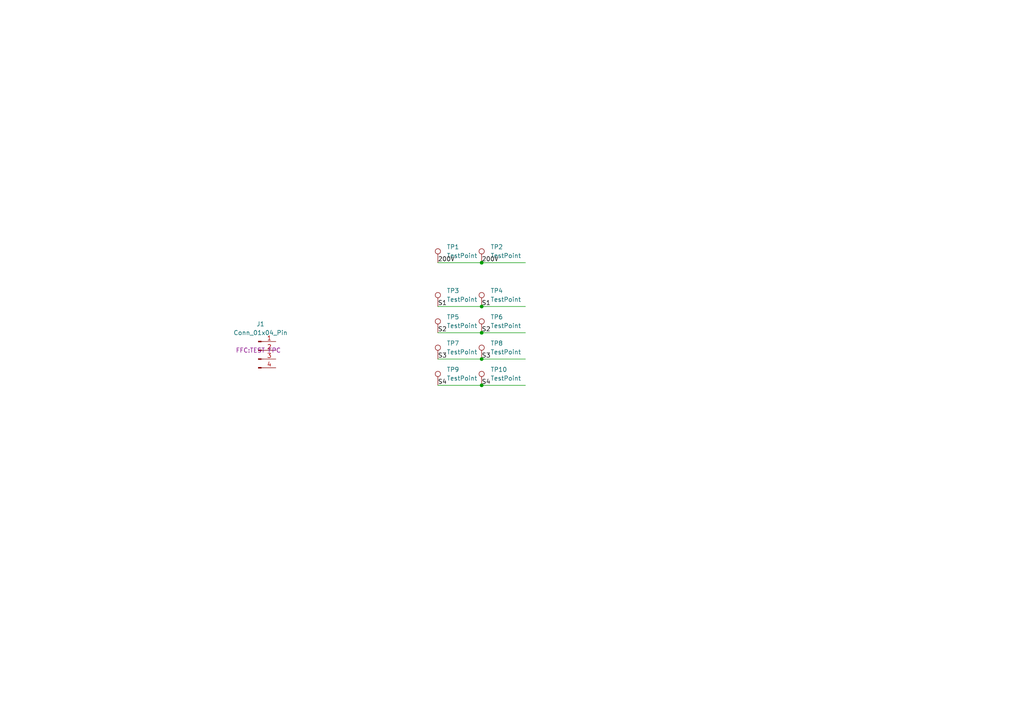
<source format=kicad_sch>
(kicad_sch
	(version 20250114)
	(generator "eeschema")
	(generator_version "9.0")
	(uuid "a4552774-88f5-4bcb-b5c3-1f0de442ab25")
	(paper "A4")
	(lib_symbols
		(symbol "Connector:Conn_01x04_Pin"
			(pin_names
				(offset 1.016)
				(hide yes)
			)
			(exclude_from_sim no)
			(in_bom yes)
			(on_board yes)
			(property "Reference" "J"
				(at 0 5.08 0)
				(effects
					(font
						(size 1.27 1.27)
					)
				)
			)
			(property "Value" "Conn_01x04_Pin"
				(at 0 -7.62 0)
				(effects
					(font
						(size 1.27 1.27)
					)
				)
			)
			(property "Footprint" ""
				(at 0 0 0)
				(effects
					(font
						(size 1.27 1.27)
					)
					(hide yes)
				)
			)
			(property "Datasheet" "~"
				(at 0 0 0)
				(effects
					(font
						(size 1.27 1.27)
					)
					(hide yes)
				)
			)
			(property "Description" "Generic connector, single row, 01x04, script generated"
				(at 0 0 0)
				(effects
					(font
						(size 1.27 1.27)
					)
					(hide yes)
				)
			)
			(property "ki_locked" ""
				(at 0 0 0)
				(effects
					(font
						(size 1.27 1.27)
					)
				)
			)
			(property "ki_keywords" "connector"
				(at 0 0 0)
				(effects
					(font
						(size 1.27 1.27)
					)
					(hide yes)
				)
			)
			(property "ki_fp_filters" "Connector*:*_1x??_*"
				(at 0 0 0)
				(effects
					(font
						(size 1.27 1.27)
					)
					(hide yes)
				)
			)
			(symbol "Conn_01x04_Pin_1_1"
				(rectangle
					(start 0.8636 2.667)
					(end 0 2.413)
					(stroke
						(width 0.1524)
						(type default)
					)
					(fill
						(type outline)
					)
				)
				(rectangle
					(start 0.8636 0.127)
					(end 0 -0.127)
					(stroke
						(width 0.1524)
						(type default)
					)
					(fill
						(type outline)
					)
				)
				(rectangle
					(start 0.8636 -2.413)
					(end 0 -2.667)
					(stroke
						(width 0.1524)
						(type default)
					)
					(fill
						(type outline)
					)
				)
				(rectangle
					(start 0.8636 -4.953)
					(end 0 -5.207)
					(stroke
						(width 0.1524)
						(type default)
					)
					(fill
						(type outline)
					)
				)
				(polyline
					(pts
						(xy 1.27 2.54) (xy 0.8636 2.54)
					)
					(stroke
						(width 0.1524)
						(type default)
					)
					(fill
						(type none)
					)
				)
				(polyline
					(pts
						(xy 1.27 0) (xy 0.8636 0)
					)
					(stroke
						(width 0.1524)
						(type default)
					)
					(fill
						(type none)
					)
				)
				(polyline
					(pts
						(xy 1.27 -2.54) (xy 0.8636 -2.54)
					)
					(stroke
						(width 0.1524)
						(type default)
					)
					(fill
						(type none)
					)
				)
				(polyline
					(pts
						(xy 1.27 -5.08) (xy 0.8636 -5.08)
					)
					(stroke
						(width 0.1524)
						(type default)
					)
					(fill
						(type none)
					)
				)
				(pin passive line
					(at 5.08 2.54 180)
					(length 3.81)
					(name "Pin_1"
						(effects
							(font
								(size 1.27 1.27)
							)
						)
					)
					(number "1"
						(effects
							(font
								(size 1.27 1.27)
							)
						)
					)
				)
				(pin passive line
					(at 5.08 0 180)
					(length 3.81)
					(name "Pin_2"
						(effects
							(font
								(size 1.27 1.27)
							)
						)
					)
					(number "2"
						(effects
							(font
								(size 1.27 1.27)
							)
						)
					)
				)
				(pin passive line
					(at 5.08 -2.54 180)
					(length 3.81)
					(name "Pin_3"
						(effects
							(font
								(size 1.27 1.27)
							)
						)
					)
					(number "3"
						(effects
							(font
								(size 1.27 1.27)
							)
						)
					)
				)
				(pin passive line
					(at 5.08 -5.08 180)
					(length 3.81)
					(name "Pin_4"
						(effects
							(font
								(size 1.27 1.27)
							)
						)
					)
					(number "4"
						(effects
							(font
								(size 1.27 1.27)
							)
						)
					)
				)
			)
			(embedded_fonts no)
		)
		(symbol "Connector:TestPoint"
			(pin_numbers
				(hide yes)
			)
			(pin_names
				(offset 0.762)
				(hide yes)
			)
			(exclude_from_sim no)
			(in_bom yes)
			(on_board yes)
			(property "Reference" "TP"
				(at 0 6.858 0)
				(effects
					(font
						(size 1.27 1.27)
					)
				)
			)
			(property "Value" "TestPoint"
				(at 0 5.08 0)
				(effects
					(font
						(size 1.27 1.27)
					)
				)
			)
			(property "Footprint" ""
				(at 5.08 0 0)
				(effects
					(font
						(size 1.27 1.27)
					)
					(hide yes)
				)
			)
			(property "Datasheet" "~"
				(at 5.08 0 0)
				(effects
					(font
						(size 1.27 1.27)
					)
					(hide yes)
				)
			)
			(property "Description" "test point"
				(at 0 0 0)
				(effects
					(font
						(size 1.27 1.27)
					)
					(hide yes)
				)
			)
			(property "ki_keywords" "test point tp"
				(at 0 0 0)
				(effects
					(font
						(size 1.27 1.27)
					)
					(hide yes)
				)
			)
			(property "ki_fp_filters" "Pin* Test*"
				(at 0 0 0)
				(effects
					(font
						(size 1.27 1.27)
					)
					(hide yes)
				)
			)
			(symbol "TestPoint_0_1"
				(circle
					(center 0 3.302)
					(radius 0.762)
					(stroke
						(width 0)
						(type default)
					)
					(fill
						(type none)
					)
				)
			)
			(symbol "TestPoint_1_1"
				(pin passive line
					(at 0 0 90)
					(length 2.54)
					(name "1"
						(effects
							(font
								(size 1.27 1.27)
							)
						)
					)
					(number "1"
						(effects
							(font
								(size 1.27 1.27)
							)
						)
					)
				)
			)
			(embedded_fonts no)
		)
	)
	(junction
		(at 139.7 88.9)
		(diameter 0)
		(color 0 0 0 0)
		(uuid "1db28135-e48d-41c0-9400-6d10b30d3737")
	)
	(junction
		(at 139.7 76.2)
		(diameter 0)
		(color 0 0 0 0)
		(uuid "5a5ce4c8-a4e7-492f-8202-24f047d1e5bf")
	)
	(junction
		(at 139.7 96.52)
		(diameter 0)
		(color 0 0 0 0)
		(uuid "6051cfad-3d71-4430-8de6-cab5cf55865b")
	)
	(junction
		(at 139.7 104.14)
		(diameter 0)
		(color 0 0 0 0)
		(uuid "f311595e-bd69-4b11-9b16-590b671a9eee")
	)
	(junction
		(at 139.7 111.76)
		(diameter 0)
		(color 0 0 0 0)
		(uuid "faf6cc69-4791-4e28-b4ab-8950279c39e4")
	)
	(wire
		(pts
			(xy 127 76.2) (xy 139.7 76.2)
		)
		(stroke
			(width 0)
			(type default)
		)
		(uuid "0b859259-d6c1-472f-a19e-2c8ba91d8eb5")
	)
	(wire
		(pts
			(xy 139.7 96.52) (xy 152.4 96.52)
		)
		(stroke
			(width 0)
			(type default)
		)
		(uuid "28e44288-64c0-4bf7-b159-00a61b1ec806")
	)
	(wire
		(pts
			(xy 139.7 88.9) (xy 152.4 88.9)
		)
		(stroke
			(width 0)
			(type default)
		)
		(uuid "6f867c00-a149-431a-84fa-4a0bf6b9c533")
	)
	(wire
		(pts
			(xy 139.7 111.76) (xy 152.4 111.76)
		)
		(stroke
			(width 0)
			(type default)
		)
		(uuid "7f34bf2b-9b92-4e2b-8544-b2cf04bd8afd")
	)
	(wire
		(pts
			(xy 139.7 104.14) (xy 152.4 104.14)
		)
		(stroke
			(width 0)
			(type default)
		)
		(uuid "8107fc41-0937-43e0-8f30-5494b042c5a7")
	)
	(wire
		(pts
			(xy 127 111.76) (xy 139.7 111.76)
		)
		(stroke
			(width 0)
			(type default)
		)
		(uuid "8130098a-0ae8-4547-b361-67fb4e7b7ae0")
	)
	(wire
		(pts
			(xy 127 88.9) (xy 139.7 88.9)
		)
		(stroke
			(width 0)
			(type default)
		)
		(uuid "8736d2e3-663a-4f60-84a3-bbdf6588ab8f")
	)
	(wire
		(pts
			(xy 127 104.14) (xy 139.7 104.14)
		)
		(stroke
			(width 0)
			(type default)
		)
		(uuid "9e35aa79-942c-4131-9ec8-87ab3a923c64")
	)
	(wire
		(pts
			(xy 139.7 76.2) (xy 152.4 76.2)
		)
		(stroke
			(width 0)
			(type default)
		)
		(uuid "c6d67fae-efb0-4e57-8f46-d1cf299e30f0")
	)
	(wire
		(pts
			(xy 127 96.52) (xy 139.7 96.52)
		)
		(stroke
			(width 0)
			(type default)
		)
		(uuid "fb1ddbc7-c340-4d04-84c1-d74e50001d0b")
	)
	(label "S3"
		(at 127 104.14 0)
		(effects
			(font
				(size 1.27 1.27)
			)
			(justify left bottom)
		)
		(uuid "54aa346c-6f62-4a0e-b579-5838c4480cdb")
	)
	(label "S4"
		(at 127 111.76 0)
		(effects
			(font
				(size 1.27 1.27)
			)
			(justify left bottom)
		)
		(uuid "79608653-36f0-4e1e-b767-fc52b93c48cc")
	)
	(label "S3"
		(at 139.7 104.14 0)
		(effects
			(font
				(size 1.27 1.27)
			)
			(justify left bottom)
		)
		(uuid "995b0962-ccdd-4262-83e7-201266cf0ecb")
	)
	(label "S2"
		(at 127 96.52 0)
		(effects
			(font
				(size 1.27 1.27)
			)
			(justify left bottom)
		)
		(uuid "a4080ee5-fe15-4a95-91ec-24afa57dc047")
	)
	(label "200V"
		(at 139.7 76.2 0)
		(effects
			(font
				(size 1.27 1.27)
			)
			(justify left bottom)
		)
		(uuid "bd6bfd56-1a94-4059-b5db-21d650d5db73")
	)
	(label "S1"
		(at 127 88.9 0)
		(effects
			(font
				(size 1.27 1.27)
			)
			(justify left bottom)
		)
		(uuid "cf344886-9281-4bf2-8b6a-945226b8c124")
	)
	(label "S2"
		(at 139.7 96.52 0)
		(effects
			(font
				(size 1.27 1.27)
			)
			(justify left bottom)
		)
		(uuid "d972225b-640b-4fb5-ae85-51f04c57b00f")
	)
	(label "S4"
		(at 139.7 111.76 0)
		(effects
			(font
				(size 1.27 1.27)
			)
			(justify left bottom)
		)
		(uuid "e98d8b7f-6051-4a82-b377-7fd76bf20984")
	)
	(label "200V"
		(at 127 76.2 0)
		(effects
			(font
				(size 1.27 1.27)
			)
			(justify left bottom)
		)
		(uuid "ee5e90c5-788a-4ebb-bbd4-55684b4cc068")
	)
	(label "S1"
		(at 139.7 88.9 0)
		(effects
			(font
				(size 1.27 1.27)
			)
			(justify left bottom)
		)
		(uuid "fd5df74c-bfd0-470c-809d-d59d81597a65")
	)
	(symbol
		(lib_id "Connector:TestPoint")
		(at 139.7 111.76 0)
		(unit 1)
		(exclude_from_sim no)
		(in_bom yes)
		(on_board yes)
		(dnp no)
		(fields_autoplaced yes)
		(uuid "0f20c7a6-4ef1-43ee-bd22-c24cdb3cacbc")
		(property "Reference" "TP10"
			(at 142.24 107.1879 0)
			(effects
				(font
					(size 1.27 1.27)
				)
				(justify left)
			)
		)
		(property "Value" "TestPoint"
			(at 142.24 109.7279 0)
			(effects
				(font
					(size 1.27 1.27)
				)
				(justify left)
			)
		)
		(property "Footprint" "TP_Library:TP"
			(at 144.78 111.76 0)
			(effects
				(font
					(size 1.27 1.27)
				)
				(hide yes)
			)
		)
		(property "Datasheet" "~"
			(at 144.78 111.76 0)
			(effects
				(font
					(size 1.27 1.27)
				)
				(hide yes)
			)
		)
		(property "Description" "test point"
			(at 139.7 111.76 0)
			(effects
				(font
					(size 1.27 1.27)
				)
				(hide yes)
			)
		)
		(pin "1"
			(uuid "991af4e0-97c9-4901-bf76-3508ecbbdc5f")
		)
		(instances
			(project "first PCB"
				(path "/a4552774-88f5-4bcb-b5c3-1f0de442ab25"
					(reference "TP10")
					(unit 1)
				)
			)
		)
	)
	(symbol
		(lib_id "Connector:TestPoint")
		(at 127 96.52 0)
		(unit 1)
		(exclude_from_sim no)
		(in_bom yes)
		(on_board yes)
		(dnp no)
		(fields_autoplaced yes)
		(uuid "51240ff9-6ff1-4810-af06-4f9f5c4b04b0")
		(property "Reference" "TP5"
			(at 129.54 91.9479 0)
			(effects
				(font
					(size 1.27 1.27)
				)
				(justify left)
			)
		)
		(property "Value" "TestPoint"
			(at 129.54 94.4879 0)
			(effects
				(font
					(size 1.27 1.27)
				)
				(justify left)
			)
		)
		(property "Footprint" "TP_Library:TP"
			(at 132.08 96.52 0)
			(effects
				(font
					(size 1.27 1.27)
				)
				(hide yes)
			)
		)
		(property "Datasheet" "~"
			(at 132.08 96.52 0)
			(effects
				(font
					(size 1.27 1.27)
				)
				(hide yes)
			)
		)
		(property "Description" "test point"
			(at 127 96.52 0)
			(effects
				(font
					(size 1.27 1.27)
				)
				(hide yes)
			)
		)
		(pin "1"
			(uuid "568111f1-3076-4e03-bead-b23f3d04d455")
		)
		(instances
			(project "first PCB"
				(path "/a4552774-88f5-4bcb-b5c3-1f0de442ab25"
					(reference "TP5")
					(unit 1)
				)
			)
		)
	)
	(symbol
		(lib_id "Connector:TestPoint")
		(at 139.7 76.2 0)
		(unit 1)
		(exclude_from_sim no)
		(in_bom yes)
		(on_board yes)
		(dnp no)
		(fields_autoplaced yes)
		(uuid "67d3d6c1-961b-4340-ad81-79d872c2a7d2")
		(property "Reference" "TP2"
			(at 142.24 71.6279 0)
			(effects
				(font
					(size 1.27 1.27)
				)
				(justify left)
			)
		)
		(property "Value" "TestPoint"
			(at 142.24 74.1679 0)
			(effects
				(font
					(size 1.27 1.27)
				)
				(justify left)
			)
		)
		(property "Footprint" "TP_Library:TP"
			(at 144.78 76.2 0)
			(effects
				(font
					(size 1.27 1.27)
				)
				(hide yes)
			)
		)
		(property "Datasheet" "~"
			(at 144.78 76.2 0)
			(effects
				(font
					(size 1.27 1.27)
				)
				(hide yes)
			)
		)
		(property "Description" "test point"
			(at 139.7 76.2 0)
			(effects
				(font
					(size 1.27 1.27)
				)
				(hide yes)
			)
		)
		(pin "1"
			(uuid "6de5421a-4431-4411-b05d-786b2d4e4e59")
		)
		(instances
			(project "first PCB"
				(path "/a4552774-88f5-4bcb-b5c3-1f0de442ab25"
					(reference "TP2")
					(unit 1)
				)
			)
		)
	)
	(symbol
		(lib_id "Connector:TestPoint")
		(at 127 88.9 0)
		(unit 1)
		(exclude_from_sim no)
		(in_bom yes)
		(on_board yes)
		(dnp no)
		(fields_autoplaced yes)
		(uuid "89e3e336-1537-4f1c-b4ab-2a654ca0a7e2")
		(property "Reference" "TP3"
			(at 129.54 84.3279 0)
			(effects
				(font
					(size 1.27 1.27)
				)
				(justify left)
			)
		)
		(property "Value" "TestPoint"
			(at 129.54 86.8679 0)
			(effects
				(font
					(size 1.27 1.27)
				)
				(justify left)
			)
		)
		(property "Footprint" "TP_Library:TP"
			(at 132.08 88.9 0)
			(effects
				(font
					(size 1.27 1.27)
				)
				(hide yes)
			)
		)
		(property "Datasheet" "~"
			(at 132.08 88.9 0)
			(effects
				(font
					(size 1.27 1.27)
				)
				(hide yes)
			)
		)
		(property "Description" "test point"
			(at 127 88.9 0)
			(effects
				(font
					(size 1.27 1.27)
				)
				(hide yes)
			)
		)
		(pin "1"
			(uuid "91f13c21-7875-4da7-9a01-4381de771ca3")
		)
		(instances
			(project "first PCB"
				(path "/a4552774-88f5-4bcb-b5c3-1f0de442ab25"
					(reference "TP3")
					(unit 1)
				)
			)
		)
	)
	(symbol
		(lib_id "Connector:Conn_01x04_Pin")
		(at 74.93 101.6 0)
		(unit 1)
		(exclude_from_sim no)
		(in_bom yes)
		(on_board yes)
		(dnp no)
		(fields_autoplaced yes)
		(uuid "8bc7d9e1-51b2-4434-ab6c-30d3ae1036e4")
		(property "Reference" "J1"
			(at 75.565 93.98 0)
			(effects
				(font
					(size 1.27 1.27)
				)
			)
		)
		(property "Value" "Conn_01x04_Pin"
			(at 75.565 96.52 0)
			(effects
				(font
					(size 1.27 1.27)
				)
			)
		)
		(property "Footprint" "FFC:TEST FPC"
			(at 74.93 101.6 0)
			(effects
				(font
					(size 1.27 1.27)
				)
			)
		)
		(property "Datasheet" "~"
			(at 74.93 101.6 0)
			(effects
				(font
					(size 1.27 1.27)
				)
				(hide yes)
			)
		)
		(property "Description" "Generic connector, single row, 01x04, script generated"
			(at 74.93 101.6 0)
			(effects
				(font
					(size 1.27 1.27)
				)
				(hide yes)
			)
		)
		(pin "1"
			(uuid "89f4aff5-0f68-41f4-8256-e32b97165f42")
		)
		(pin "4"
			(uuid "899a7628-674d-4525-a7f1-228543a06a26")
		)
		(pin "3"
			(uuid "95911eb5-ea77-4c25-b41e-958ba168a4fa")
		)
		(pin "2"
			(uuid "22523ff1-d18b-4d79-b75b-e1b35789221b")
		)
		(instances
			(project ""
				(path "/a4552774-88f5-4bcb-b5c3-1f0de442ab25"
					(reference "J1")
					(unit 1)
				)
			)
		)
	)
	(symbol
		(lib_id "Connector:TestPoint")
		(at 139.7 88.9 0)
		(unit 1)
		(exclude_from_sim no)
		(in_bom yes)
		(on_board yes)
		(dnp no)
		(fields_autoplaced yes)
		(uuid "99a780c4-3124-440a-bdd3-6a637ad4f94d")
		(property "Reference" "TP4"
			(at 142.24 84.3279 0)
			(effects
				(font
					(size 1.27 1.27)
				)
				(justify left)
			)
		)
		(property "Value" "TestPoint"
			(at 142.24 86.8679 0)
			(effects
				(font
					(size 1.27 1.27)
				)
				(justify left)
			)
		)
		(property "Footprint" "TP_Library:TP"
			(at 144.78 88.9 0)
			(effects
				(font
					(size 1.27 1.27)
				)
				(hide yes)
			)
		)
		(property "Datasheet" "~"
			(at 144.78 88.9 0)
			(effects
				(font
					(size 1.27 1.27)
				)
				(hide yes)
			)
		)
		(property "Description" "test point"
			(at 139.7 88.9 0)
			(effects
				(font
					(size 1.27 1.27)
				)
				(hide yes)
			)
		)
		(pin "1"
			(uuid "91783161-d28c-4051-b700-cfad3b77c56a")
		)
		(instances
			(project "first PCB"
				(path "/a4552774-88f5-4bcb-b5c3-1f0de442ab25"
					(reference "TP4")
					(unit 1)
				)
			)
		)
	)
	(symbol
		(lib_id "Connector:TestPoint")
		(at 139.7 96.52 0)
		(unit 1)
		(exclude_from_sim no)
		(in_bom yes)
		(on_board yes)
		(dnp no)
		(fields_autoplaced yes)
		(uuid "a528f1b3-675e-49ea-b0a3-9b4f41ddb09c")
		(property "Reference" "TP6"
			(at 142.24 91.9479 0)
			(effects
				(font
					(size 1.27 1.27)
				)
				(justify left)
			)
		)
		(property "Value" "TestPoint"
			(at 142.24 94.4879 0)
			(effects
				(font
					(size 1.27 1.27)
				)
				(justify left)
			)
		)
		(property "Footprint" "TP_Library:TP"
			(at 144.78 96.52 0)
			(effects
				(font
					(size 1.27 1.27)
				)
				(hide yes)
			)
		)
		(property "Datasheet" "~"
			(at 144.78 96.52 0)
			(effects
				(font
					(size 1.27 1.27)
				)
				(hide yes)
			)
		)
		(property "Description" "test point"
			(at 139.7 96.52 0)
			(effects
				(font
					(size 1.27 1.27)
				)
				(hide yes)
			)
		)
		(pin "1"
			(uuid "b6e59eae-102b-4e11-a9e3-ff47c300daa4")
		)
		(instances
			(project "first PCB"
				(path "/a4552774-88f5-4bcb-b5c3-1f0de442ab25"
					(reference "TP6")
					(unit 1)
				)
			)
		)
	)
	(symbol
		(lib_id "Connector:TestPoint")
		(at 139.7 104.14 0)
		(unit 1)
		(exclude_from_sim no)
		(in_bom yes)
		(on_board yes)
		(dnp no)
		(fields_autoplaced yes)
		(uuid "c0e29f1d-8205-4f77-82cb-248188de153e")
		(property "Reference" "TP8"
			(at 142.24 99.5679 0)
			(effects
				(font
					(size 1.27 1.27)
				)
				(justify left)
			)
		)
		(property "Value" "TestPoint"
			(at 142.24 102.1079 0)
			(effects
				(font
					(size 1.27 1.27)
				)
				(justify left)
			)
		)
		(property "Footprint" "TP_Library:TP"
			(at 144.78 104.14 0)
			(effects
				(font
					(size 1.27 1.27)
				)
				(hide yes)
			)
		)
		(property "Datasheet" "~"
			(at 144.78 104.14 0)
			(effects
				(font
					(size 1.27 1.27)
				)
				(hide yes)
			)
		)
		(property "Description" "test point"
			(at 139.7 104.14 0)
			(effects
				(font
					(size 1.27 1.27)
				)
				(hide yes)
			)
		)
		(pin "1"
			(uuid "f0371657-be2a-4a19-8dee-ac9569944bdd")
		)
		(instances
			(project "first PCB"
				(path "/a4552774-88f5-4bcb-b5c3-1f0de442ab25"
					(reference "TP8")
					(unit 1)
				)
			)
		)
	)
	(symbol
		(lib_id "Connector:TestPoint")
		(at 127 104.14 0)
		(unit 1)
		(exclude_from_sim no)
		(in_bom yes)
		(on_board yes)
		(dnp no)
		(fields_autoplaced yes)
		(uuid "d39fa731-1540-42fa-92bc-5ceb1a4db6f5")
		(property "Reference" "TP7"
			(at 129.54 99.5679 0)
			(effects
				(font
					(size 1.27 1.27)
				)
				(justify left)
			)
		)
		(property "Value" "TestPoint"
			(at 129.54 102.1079 0)
			(effects
				(font
					(size 1.27 1.27)
				)
				(justify left)
			)
		)
		(property "Footprint" "TP_Library:TP"
			(at 132.08 104.14 0)
			(effects
				(font
					(size 1.27 1.27)
				)
				(hide yes)
			)
		)
		(property "Datasheet" "~"
			(at 132.08 104.14 0)
			(effects
				(font
					(size 1.27 1.27)
				)
				(hide yes)
			)
		)
		(property "Description" "test point"
			(at 127 104.14 0)
			(effects
				(font
					(size 1.27 1.27)
				)
				(hide yes)
			)
		)
		(pin "1"
			(uuid "20b8ee1c-507e-4baf-80ca-49373afd7368")
		)
		(instances
			(project "first PCB"
				(path "/a4552774-88f5-4bcb-b5c3-1f0de442ab25"
					(reference "TP7")
					(unit 1)
				)
			)
		)
	)
	(symbol
		(lib_id "Connector:TestPoint")
		(at 127 111.76 0)
		(unit 1)
		(exclude_from_sim no)
		(in_bom yes)
		(on_board yes)
		(dnp no)
		(fields_autoplaced yes)
		(uuid "f0748d04-d265-405a-9f2d-44744c570522")
		(property "Reference" "TP9"
			(at 129.54 107.1879 0)
			(effects
				(font
					(size 1.27 1.27)
				)
				(justify left)
			)
		)
		(property "Value" "TestPoint"
			(at 129.54 109.7279 0)
			(effects
				(font
					(size 1.27 1.27)
				)
				(justify left)
			)
		)
		(property "Footprint" "TP_Library:TP"
			(at 132.08 111.76 0)
			(effects
				(font
					(size 1.27 1.27)
				)
				(hide yes)
			)
		)
		(property "Datasheet" "~"
			(at 132.08 111.76 0)
			(effects
				(font
					(size 1.27 1.27)
				)
				(hide yes)
			)
		)
		(property "Description" "test point"
			(at 127 111.76 0)
			(effects
				(font
					(size 1.27 1.27)
				)
				(hide yes)
			)
		)
		(pin "1"
			(uuid "20ee64e4-13d6-4043-965b-724007fa9673")
		)
		(instances
			(project "first PCB"
				(path "/a4552774-88f5-4bcb-b5c3-1f0de442ab25"
					(reference "TP9")
					(unit 1)
				)
			)
		)
	)
	(symbol
		(lib_id "Connector:TestPoint")
		(at 127 76.2 0)
		(unit 1)
		(exclude_from_sim no)
		(in_bom yes)
		(on_board yes)
		(dnp no)
		(fields_autoplaced yes)
		(uuid "f57bfc64-f1ef-4b5b-afbb-4f299dda2a12")
		(property "Reference" "TP1"
			(at 129.54 71.6279 0)
			(effects
				(font
					(size 1.27 1.27)
				)
				(justify left)
			)
		)
		(property "Value" "TestPoint"
			(at 129.54 74.1679 0)
			(effects
				(font
					(size 1.27 1.27)
				)
				(justify left)
			)
		)
		(property "Footprint" "TP_Library:TP"
			(at 132.08 76.2 0)
			(effects
				(font
					(size 1.27 1.27)
				)
				(hide yes)
			)
		)
		(property "Datasheet" "~"
			(at 132.08 76.2 0)
			(effects
				(font
					(size 1.27 1.27)
				)
				(hide yes)
			)
		)
		(property "Description" "test point"
			(at 127 76.2 0)
			(effects
				(font
					(size 1.27 1.27)
				)
				(hide yes)
			)
		)
		(pin "1"
			(uuid "df045a3b-2e83-4fa7-a5c2-d18a2f652bee")
		)
		(instances
			(project ""
				(path "/a4552774-88f5-4bcb-b5c3-1f0de442ab25"
					(reference "TP1")
					(unit 1)
				)
			)
		)
	)
	(sheet_instances
		(path "/"
			(page "1")
		)
	)
	(embedded_fonts no)
)

</source>
